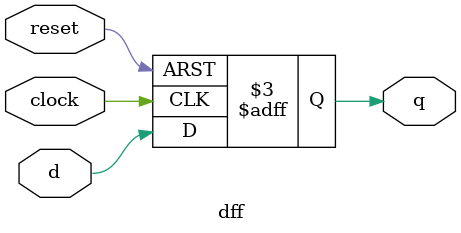
<source format=v>
module dff(q, d, clock, reset);

   input d;
   input clock;
   input reset;
   output q;
   reg 	  q;

   always @(posedge clock or negedge reset) begin
      if (reset == 0) begin
	 q <= 0;
      end
      else begin
	 q <= d;
      end
   end // always @ (posedge clock or negedge reset)

endmodule // inc

</source>
